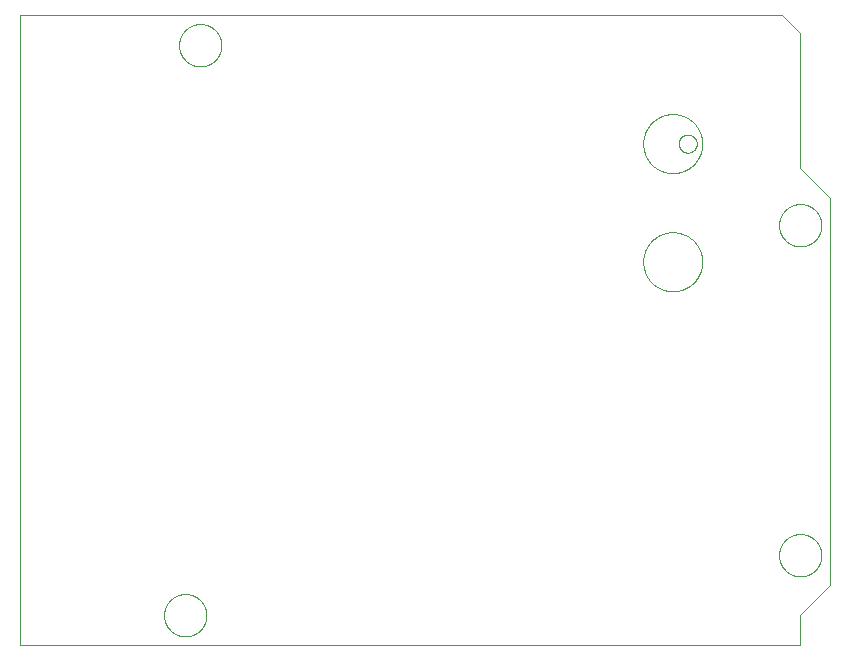
<source format=gbp>
G75*
%MOIN*%
%OFA0B0*%
%FSLAX25Y25*%
%IPPOS*%
%LPD*%
%AMOC8*
5,1,8,0,0,1.08239X$1,22.5*
%
%ADD10C,0.00000*%
%ADD11C,0.00100*%
D10*
X0017500Y0005000D02*
X0017500Y0215000D01*
X0271500Y0215000D01*
X0277500Y0209000D01*
X0277500Y0164000D01*
X0287500Y0154000D01*
X0287500Y0025000D01*
X0277500Y0015000D01*
X0277500Y0005000D01*
X0017500Y0005000D01*
X0065429Y0015000D02*
X0065431Y0015174D01*
X0065438Y0015347D01*
X0065448Y0015520D01*
X0065463Y0015693D01*
X0065482Y0015866D01*
X0065506Y0016038D01*
X0065533Y0016209D01*
X0065565Y0016379D01*
X0065601Y0016549D01*
X0065641Y0016718D01*
X0065685Y0016886D01*
X0065733Y0017053D01*
X0065786Y0017218D01*
X0065842Y0017382D01*
X0065903Y0017545D01*
X0065967Y0017706D01*
X0066036Y0017865D01*
X0066108Y0018023D01*
X0066184Y0018179D01*
X0066264Y0018333D01*
X0066348Y0018485D01*
X0066435Y0018635D01*
X0066526Y0018783D01*
X0066621Y0018928D01*
X0066719Y0019072D01*
X0066821Y0019212D01*
X0066926Y0019350D01*
X0067034Y0019486D01*
X0067146Y0019619D01*
X0067261Y0019749D01*
X0067379Y0019876D01*
X0067500Y0020000D01*
X0067624Y0020121D01*
X0067751Y0020239D01*
X0067881Y0020354D01*
X0068014Y0020466D01*
X0068150Y0020574D01*
X0068288Y0020679D01*
X0068428Y0020781D01*
X0068572Y0020879D01*
X0068717Y0020974D01*
X0068865Y0021065D01*
X0069015Y0021152D01*
X0069167Y0021236D01*
X0069321Y0021316D01*
X0069477Y0021392D01*
X0069635Y0021464D01*
X0069794Y0021533D01*
X0069955Y0021597D01*
X0070118Y0021658D01*
X0070282Y0021714D01*
X0070447Y0021767D01*
X0070614Y0021815D01*
X0070782Y0021859D01*
X0070951Y0021899D01*
X0071121Y0021935D01*
X0071291Y0021967D01*
X0071462Y0021994D01*
X0071634Y0022018D01*
X0071807Y0022037D01*
X0071980Y0022052D01*
X0072153Y0022062D01*
X0072326Y0022069D01*
X0072500Y0022071D01*
X0072674Y0022069D01*
X0072847Y0022062D01*
X0073020Y0022052D01*
X0073193Y0022037D01*
X0073366Y0022018D01*
X0073538Y0021994D01*
X0073709Y0021967D01*
X0073879Y0021935D01*
X0074049Y0021899D01*
X0074218Y0021859D01*
X0074386Y0021815D01*
X0074553Y0021767D01*
X0074718Y0021714D01*
X0074882Y0021658D01*
X0075045Y0021597D01*
X0075206Y0021533D01*
X0075365Y0021464D01*
X0075523Y0021392D01*
X0075679Y0021316D01*
X0075833Y0021236D01*
X0075985Y0021152D01*
X0076135Y0021065D01*
X0076283Y0020974D01*
X0076428Y0020879D01*
X0076572Y0020781D01*
X0076712Y0020679D01*
X0076850Y0020574D01*
X0076986Y0020466D01*
X0077119Y0020354D01*
X0077249Y0020239D01*
X0077376Y0020121D01*
X0077500Y0020000D01*
X0077621Y0019876D01*
X0077739Y0019749D01*
X0077854Y0019619D01*
X0077966Y0019486D01*
X0078074Y0019350D01*
X0078179Y0019212D01*
X0078281Y0019072D01*
X0078379Y0018928D01*
X0078474Y0018783D01*
X0078565Y0018635D01*
X0078652Y0018485D01*
X0078736Y0018333D01*
X0078816Y0018179D01*
X0078892Y0018023D01*
X0078964Y0017865D01*
X0079033Y0017706D01*
X0079097Y0017545D01*
X0079158Y0017382D01*
X0079214Y0017218D01*
X0079267Y0017053D01*
X0079315Y0016886D01*
X0079359Y0016718D01*
X0079399Y0016549D01*
X0079435Y0016379D01*
X0079467Y0016209D01*
X0079494Y0016038D01*
X0079518Y0015866D01*
X0079537Y0015693D01*
X0079552Y0015520D01*
X0079562Y0015347D01*
X0079569Y0015174D01*
X0079571Y0015000D01*
X0079569Y0014826D01*
X0079562Y0014653D01*
X0079552Y0014480D01*
X0079537Y0014307D01*
X0079518Y0014134D01*
X0079494Y0013962D01*
X0079467Y0013791D01*
X0079435Y0013621D01*
X0079399Y0013451D01*
X0079359Y0013282D01*
X0079315Y0013114D01*
X0079267Y0012947D01*
X0079214Y0012782D01*
X0079158Y0012618D01*
X0079097Y0012455D01*
X0079033Y0012294D01*
X0078964Y0012135D01*
X0078892Y0011977D01*
X0078816Y0011821D01*
X0078736Y0011667D01*
X0078652Y0011515D01*
X0078565Y0011365D01*
X0078474Y0011217D01*
X0078379Y0011072D01*
X0078281Y0010928D01*
X0078179Y0010788D01*
X0078074Y0010650D01*
X0077966Y0010514D01*
X0077854Y0010381D01*
X0077739Y0010251D01*
X0077621Y0010124D01*
X0077500Y0010000D01*
X0077376Y0009879D01*
X0077249Y0009761D01*
X0077119Y0009646D01*
X0076986Y0009534D01*
X0076850Y0009426D01*
X0076712Y0009321D01*
X0076572Y0009219D01*
X0076428Y0009121D01*
X0076283Y0009026D01*
X0076135Y0008935D01*
X0075985Y0008848D01*
X0075833Y0008764D01*
X0075679Y0008684D01*
X0075523Y0008608D01*
X0075365Y0008536D01*
X0075206Y0008467D01*
X0075045Y0008403D01*
X0074882Y0008342D01*
X0074718Y0008286D01*
X0074553Y0008233D01*
X0074386Y0008185D01*
X0074218Y0008141D01*
X0074049Y0008101D01*
X0073879Y0008065D01*
X0073709Y0008033D01*
X0073538Y0008006D01*
X0073366Y0007982D01*
X0073193Y0007963D01*
X0073020Y0007948D01*
X0072847Y0007938D01*
X0072674Y0007931D01*
X0072500Y0007929D01*
X0072326Y0007931D01*
X0072153Y0007938D01*
X0071980Y0007948D01*
X0071807Y0007963D01*
X0071634Y0007982D01*
X0071462Y0008006D01*
X0071291Y0008033D01*
X0071121Y0008065D01*
X0070951Y0008101D01*
X0070782Y0008141D01*
X0070614Y0008185D01*
X0070447Y0008233D01*
X0070282Y0008286D01*
X0070118Y0008342D01*
X0069955Y0008403D01*
X0069794Y0008467D01*
X0069635Y0008536D01*
X0069477Y0008608D01*
X0069321Y0008684D01*
X0069167Y0008764D01*
X0069015Y0008848D01*
X0068865Y0008935D01*
X0068717Y0009026D01*
X0068572Y0009121D01*
X0068428Y0009219D01*
X0068288Y0009321D01*
X0068150Y0009426D01*
X0068014Y0009534D01*
X0067881Y0009646D01*
X0067751Y0009761D01*
X0067624Y0009879D01*
X0067500Y0010000D01*
X0067379Y0010124D01*
X0067261Y0010251D01*
X0067146Y0010381D01*
X0067034Y0010514D01*
X0066926Y0010650D01*
X0066821Y0010788D01*
X0066719Y0010928D01*
X0066621Y0011072D01*
X0066526Y0011217D01*
X0066435Y0011365D01*
X0066348Y0011515D01*
X0066264Y0011667D01*
X0066184Y0011821D01*
X0066108Y0011977D01*
X0066036Y0012135D01*
X0065967Y0012294D01*
X0065903Y0012455D01*
X0065842Y0012618D01*
X0065786Y0012782D01*
X0065733Y0012947D01*
X0065685Y0013114D01*
X0065641Y0013282D01*
X0065601Y0013451D01*
X0065565Y0013621D01*
X0065533Y0013791D01*
X0065506Y0013962D01*
X0065482Y0014134D01*
X0065463Y0014307D01*
X0065448Y0014480D01*
X0065438Y0014653D01*
X0065431Y0014826D01*
X0065429Y0015000D01*
X0225157Y0132815D02*
X0225160Y0133057D01*
X0225169Y0133298D01*
X0225184Y0133539D01*
X0225204Y0133780D01*
X0225231Y0134020D01*
X0225264Y0134259D01*
X0225302Y0134498D01*
X0225346Y0134735D01*
X0225396Y0134972D01*
X0225452Y0135207D01*
X0225514Y0135440D01*
X0225581Y0135672D01*
X0225654Y0135903D01*
X0225732Y0136131D01*
X0225817Y0136357D01*
X0225906Y0136582D01*
X0226001Y0136804D01*
X0226102Y0137023D01*
X0226208Y0137241D01*
X0226319Y0137455D01*
X0226436Y0137667D01*
X0226557Y0137875D01*
X0226684Y0138081D01*
X0226816Y0138283D01*
X0226953Y0138483D01*
X0227094Y0138678D01*
X0227240Y0138871D01*
X0227391Y0139059D01*
X0227547Y0139244D01*
X0227707Y0139425D01*
X0227871Y0139602D01*
X0228040Y0139775D01*
X0228213Y0139944D01*
X0228390Y0140108D01*
X0228571Y0140268D01*
X0228756Y0140424D01*
X0228944Y0140575D01*
X0229137Y0140721D01*
X0229332Y0140862D01*
X0229532Y0140999D01*
X0229734Y0141131D01*
X0229940Y0141258D01*
X0230148Y0141379D01*
X0230360Y0141496D01*
X0230574Y0141607D01*
X0230792Y0141713D01*
X0231011Y0141814D01*
X0231233Y0141909D01*
X0231458Y0141998D01*
X0231684Y0142083D01*
X0231912Y0142161D01*
X0232143Y0142234D01*
X0232375Y0142301D01*
X0232608Y0142363D01*
X0232843Y0142419D01*
X0233080Y0142469D01*
X0233317Y0142513D01*
X0233556Y0142551D01*
X0233795Y0142584D01*
X0234035Y0142611D01*
X0234276Y0142631D01*
X0234517Y0142646D01*
X0234758Y0142655D01*
X0235000Y0142658D01*
X0235242Y0142655D01*
X0235483Y0142646D01*
X0235724Y0142631D01*
X0235965Y0142611D01*
X0236205Y0142584D01*
X0236444Y0142551D01*
X0236683Y0142513D01*
X0236920Y0142469D01*
X0237157Y0142419D01*
X0237392Y0142363D01*
X0237625Y0142301D01*
X0237857Y0142234D01*
X0238088Y0142161D01*
X0238316Y0142083D01*
X0238542Y0141998D01*
X0238767Y0141909D01*
X0238989Y0141814D01*
X0239208Y0141713D01*
X0239426Y0141607D01*
X0239640Y0141496D01*
X0239852Y0141379D01*
X0240060Y0141258D01*
X0240266Y0141131D01*
X0240468Y0140999D01*
X0240668Y0140862D01*
X0240863Y0140721D01*
X0241056Y0140575D01*
X0241244Y0140424D01*
X0241429Y0140268D01*
X0241610Y0140108D01*
X0241787Y0139944D01*
X0241960Y0139775D01*
X0242129Y0139602D01*
X0242293Y0139425D01*
X0242453Y0139244D01*
X0242609Y0139059D01*
X0242760Y0138871D01*
X0242906Y0138678D01*
X0243047Y0138483D01*
X0243184Y0138283D01*
X0243316Y0138081D01*
X0243443Y0137875D01*
X0243564Y0137667D01*
X0243681Y0137455D01*
X0243792Y0137241D01*
X0243898Y0137023D01*
X0243999Y0136804D01*
X0244094Y0136582D01*
X0244183Y0136357D01*
X0244268Y0136131D01*
X0244346Y0135903D01*
X0244419Y0135672D01*
X0244486Y0135440D01*
X0244548Y0135207D01*
X0244604Y0134972D01*
X0244654Y0134735D01*
X0244698Y0134498D01*
X0244736Y0134259D01*
X0244769Y0134020D01*
X0244796Y0133780D01*
X0244816Y0133539D01*
X0244831Y0133298D01*
X0244840Y0133057D01*
X0244843Y0132815D01*
X0244840Y0132573D01*
X0244831Y0132332D01*
X0244816Y0132091D01*
X0244796Y0131850D01*
X0244769Y0131610D01*
X0244736Y0131371D01*
X0244698Y0131132D01*
X0244654Y0130895D01*
X0244604Y0130658D01*
X0244548Y0130423D01*
X0244486Y0130190D01*
X0244419Y0129958D01*
X0244346Y0129727D01*
X0244268Y0129499D01*
X0244183Y0129273D01*
X0244094Y0129048D01*
X0243999Y0128826D01*
X0243898Y0128607D01*
X0243792Y0128389D01*
X0243681Y0128175D01*
X0243564Y0127963D01*
X0243443Y0127755D01*
X0243316Y0127549D01*
X0243184Y0127347D01*
X0243047Y0127147D01*
X0242906Y0126952D01*
X0242760Y0126759D01*
X0242609Y0126571D01*
X0242453Y0126386D01*
X0242293Y0126205D01*
X0242129Y0126028D01*
X0241960Y0125855D01*
X0241787Y0125686D01*
X0241610Y0125522D01*
X0241429Y0125362D01*
X0241244Y0125206D01*
X0241056Y0125055D01*
X0240863Y0124909D01*
X0240668Y0124768D01*
X0240468Y0124631D01*
X0240266Y0124499D01*
X0240060Y0124372D01*
X0239852Y0124251D01*
X0239640Y0124134D01*
X0239426Y0124023D01*
X0239208Y0123917D01*
X0238989Y0123816D01*
X0238767Y0123721D01*
X0238542Y0123632D01*
X0238316Y0123547D01*
X0238088Y0123469D01*
X0237857Y0123396D01*
X0237625Y0123329D01*
X0237392Y0123267D01*
X0237157Y0123211D01*
X0236920Y0123161D01*
X0236683Y0123117D01*
X0236444Y0123079D01*
X0236205Y0123046D01*
X0235965Y0123019D01*
X0235724Y0122999D01*
X0235483Y0122984D01*
X0235242Y0122975D01*
X0235000Y0122972D01*
X0234758Y0122975D01*
X0234517Y0122984D01*
X0234276Y0122999D01*
X0234035Y0123019D01*
X0233795Y0123046D01*
X0233556Y0123079D01*
X0233317Y0123117D01*
X0233080Y0123161D01*
X0232843Y0123211D01*
X0232608Y0123267D01*
X0232375Y0123329D01*
X0232143Y0123396D01*
X0231912Y0123469D01*
X0231684Y0123547D01*
X0231458Y0123632D01*
X0231233Y0123721D01*
X0231011Y0123816D01*
X0230792Y0123917D01*
X0230574Y0124023D01*
X0230360Y0124134D01*
X0230148Y0124251D01*
X0229940Y0124372D01*
X0229734Y0124499D01*
X0229532Y0124631D01*
X0229332Y0124768D01*
X0229137Y0124909D01*
X0228944Y0125055D01*
X0228756Y0125206D01*
X0228571Y0125362D01*
X0228390Y0125522D01*
X0228213Y0125686D01*
X0228040Y0125855D01*
X0227871Y0126028D01*
X0227707Y0126205D01*
X0227547Y0126386D01*
X0227391Y0126571D01*
X0227240Y0126759D01*
X0227094Y0126952D01*
X0226953Y0127147D01*
X0226816Y0127347D01*
X0226684Y0127549D01*
X0226557Y0127755D01*
X0226436Y0127963D01*
X0226319Y0128175D01*
X0226208Y0128389D01*
X0226102Y0128607D01*
X0226001Y0128826D01*
X0225906Y0129048D01*
X0225817Y0129273D01*
X0225732Y0129499D01*
X0225654Y0129727D01*
X0225581Y0129958D01*
X0225514Y0130190D01*
X0225452Y0130423D01*
X0225396Y0130658D01*
X0225346Y0130895D01*
X0225302Y0131132D01*
X0225264Y0131371D01*
X0225231Y0131610D01*
X0225204Y0131850D01*
X0225184Y0132091D01*
X0225169Y0132332D01*
X0225160Y0132573D01*
X0225157Y0132815D01*
X0270429Y0145000D02*
X0270431Y0145174D01*
X0270438Y0145347D01*
X0270448Y0145520D01*
X0270463Y0145693D01*
X0270482Y0145866D01*
X0270506Y0146038D01*
X0270533Y0146209D01*
X0270565Y0146379D01*
X0270601Y0146549D01*
X0270641Y0146718D01*
X0270685Y0146886D01*
X0270733Y0147053D01*
X0270786Y0147218D01*
X0270842Y0147382D01*
X0270903Y0147545D01*
X0270967Y0147706D01*
X0271036Y0147865D01*
X0271108Y0148023D01*
X0271184Y0148179D01*
X0271264Y0148333D01*
X0271348Y0148485D01*
X0271435Y0148635D01*
X0271526Y0148783D01*
X0271621Y0148928D01*
X0271719Y0149072D01*
X0271821Y0149212D01*
X0271926Y0149350D01*
X0272034Y0149486D01*
X0272146Y0149619D01*
X0272261Y0149749D01*
X0272379Y0149876D01*
X0272500Y0150000D01*
X0272624Y0150121D01*
X0272751Y0150239D01*
X0272881Y0150354D01*
X0273014Y0150466D01*
X0273150Y0150574D01*
X0273288Y0150679D01*
X0273428Y0150781D01*
X0273572Y0150879D01*
X0273717Y0150974D01*
X0273865Y0151065D01*
X0274015Y0151152D01*
X0274167Y0151236D01*
X0274321Y0151316D01*
X0274477Y0151392D01*
X0274635Y0151464D01*
X0274794Y0151533D01*
X0274955Y0151597D01*
X0275118Y0151658D01*
X0275282Y0151714D01*
X0275447Y0151767D01*
X0275614Y0151815D01*
X0275782Y0151859D01*
X0275951Y0151899D01*
X0276121Y0151935D01*
X0276291Y0151967D01*
X0276462Y0151994D01*
X0276634Y0152018D01*
X0276807Y0152037D01*
X0276980Y0152052D01*
X0277153Y0152062D01*
X0277326Y0152069D01*
X0277500Y0152071D01*
X0277674Y0152069D01*
X0277847Y0152062D01*
X0278020Y0152052D01*
X0278193Y0152037D01*
X0278366Y0152018D01*
X0278538Y0151994D01*
X0278709Y0151967D01*
X0278879Y0151935D01*
X0279049Y0151899D01*
X0279218Y0151859D01*
X0279386Y0151815D01*
X0279553Y0151767D01*
X0279718Y0151714D01*
X0279882Y0151658D01*
X0280045Y0151597D01*
X0280206Y0151533D01*
X0280365Y0151464D01*
X0280523Y0151392D01*
X0280679Y0151316D01*
X0280833Y0151236D01*
X0280985Y0151152D01*
X0281135Y0151065D01*
X0281283Y0150974D01*
X0281428Y0150879D01*
X0281572Y0150781D01*
X0281712Y0150679D01*
X0281850Y0150574D01*
X0281986Y0150466D01*
X0282119Y0150354D01*
X0282249Y0150239D01*
X0282376Y0150121D01*
X0282500Y0150000D01*
X0282621Y0149876D01*
X0282739Y0149749D01*
X0282854Y0149619D01*
X0282966Y0149486D01*
X0283074Y0149350D01*
X0283179Y0149212D01*
X0283281Y0149072D01*
X0283379Y0148928D01*
X0283474Y0148783D01*
X0283565Y0148635D01*
X0283652Y0148485D01*
X0283736Y0148333D01*
X0283816Y0148179D01*
X0283892Y0148023D01*
X0283964Y0147865D01*
X0284033Y0147706D01*
X0284097Y0147545D01*
X0284158Y0147382D01*
X0284214Y0147218D01*
X0284267Y0147053D01*
X0284315Y0146886D01*
X0284359Y0146718D01*
X0284399Y0146549D01*
X0284435Y0146379D01*
X0284467Y0146209D01*
X0284494Y0146038D01*
X0284518Y0145866D01*
X0284537Y0145693D01*
X0284552Y0145520D01*
X0284562Y0145347D01*
X0284569Y0145174D01*
X0284571Y0145000D01*
X0284569Y0144826D01*
X0284562Y0144653D01*
X0284552Y0144480D01*
X0284537Y0144307D01*
X0284518Y0144134D01*
X0284494Y0143962D01*
X0284467Y0143791D01*
X0284435Y0143621D01*
X0284399Y0143451D01*
X0284359Y0143282D01*
X0284315Y0143114D01*
X0284267Y0142947D01*
X0284214Y0142782D01*
X0284158Y0142618D01*
X0284097Y0142455D01*
X0284033Y0142294D01*
X0283964Y0142135D01*
X0283892Y0141977D01*
X0283816Y0141821D01*
X0283736Y0141667D01*
X0283652Y0141515D01*
X0283565Y0141365D01*
X0283474Y0141217D01*
X0283379Y0141072D01*
X0283281Y0140928D01*
X0283179Y0140788D01*
X0283074Y0140650D01*
X0282966Y0140514D01*
X0282854Y0140381D01*
X0282739Y0140251D01*
X0282621Y0140124D01*
X0282500Y0140000D01*
X0282376Y0139879D01*
X0282249Y0139761D01*
X0282119Y0139646D01*
X0281986Y0139534D01*
X0281850Y0139426D01*
X0281712Y0139321D01*
X0281572Y0139219D01*
X0281428Y0139121D01*
X0281283Y0139026D01*
X0281135Y0138935D01*
X0280985Y0138848D01*
X0280833Y0138764D01*
X0280679Y0138684D01*
X0280523Y0138608D01*
X0280365Y0138536D01*
X0280206Y0138467D01*
X0280045Y0138403D01*
X0279882Y0138342D01*
X0279718Y0138286D01*
X0279553Y0138233D01*
X0279386Y0138185D01*
X0279218Y0138141D01*
X0279049Y0138101D01*
X0278879Y0138065D01*
X0278709Y0138033D01*
X0278538Y0138006D01*
X0278366Y0137982D01*
X0278193Y0137963D01*
X0278020Y0137948D01*
X0277847Y0137938D01*
X0277674Y0137931D01*
X0277500Y0137929D01*
X0277326Y0137931D01*
X0277153Y0137938D01*
X0276980Y0137948D01*
X0276807Y0137963D01*
X0276634Y0137982D01*
X0276462Y0138006D01*
X0276291Y0138033D01*
X0276121Y0138065D01*
X0275951Y0138101D01*
X0275782Y0138141D01*
X0275614Y0138185D01*
X0275447Y0138233D01*
X0275282Y0138286D01*
X0275118Y0138342D01*
X0274955Y0138403D01*
X0274794Y0138467D01*
X0274635Y0138536D01*
X0274477Y0138608D01*
X0274321Y0138684D01*
X0274167Y0138764D01*
X0274015Y0138848D01*
X0273865Y0138935D01*
X0273717Y0139026D01*
X0273572Y0139121D01*
X0273428Y0139219D01*
X0273288Y0139321D01*
X0273150Y0139426D01*
X0273014Y0139534D01*
X0272881Y0139646D01*
X0272751Y0139761D01*
X0272624Y0139879D01*
X0272500Y0140000D01*
X0272379Y0140124D01*
X0272261Y0140251D01*
X0272146Y0140381D01*
X0272034Y0140514D01*
X0271926Y0140650D01*
X0271821Y0140788D01*
X0271719Y0140928D01*
X0271621Y0141072D01*
X0271526Y0141217D01*
X0271435Y0141365D01*
X0271348Y0141515D01*
X0271264Y0141667D01*
X0271184Y0141821D01*
X0271108Y0141977D01*
X0271036Y0142135D01*
X0270967Y0142294D01*
X0270903Y0142455D01*
X0270842Y0142618D01*
X0270786Y0142782D01*
X0270733Y0142947D01*
X0270685Y0143114D01*
X0270641Y0143282D01*
X0270601Y0143451D01*
X0270565Y0143621D01*
X0270533Y0143791D01*
X0270506Y0143962D01*
X0270482Y0144134D01*
X0270463Y0144307D01*
X0270448Y0144480D01*
X0270438Y0144653D01*
X0270431Y0144826D01*
X0270429Y0145000D01*
X0225157Y0172185D02*
X0225160Y0172427D01*
X0225169Y0172668D01*
X0225184Y0172909D01*
X0225204Y0173150D01*
X0225231Y0173390D01*
X0225264Y0173629D01*
X0225302Y0173868D01*
X0225346Y0174105D01*
X0225396Y0174342D01*
X0225452Y0174577D01*
X0225514Y0174810D01*
X0225581Y0175042D01*
X0225654Y0175273D01*
X0225732Y0175501D01*
X0225817Y0175727D01*
X0225906Y0175952D01*
X0226001Y0176174D01*
X0226102Y0176393D01*
X0226208Y0176611D01*
X0226319Y0176825D01*
X0226436Y0177037D01*
X0226557Y0177245D01*
X0226684Y0177451D01*
X0226816Y0177653D01*
X0226953Y0177853D01*
X0227094Y0178048D01*
X0227240Y0178241D01*
X0227391Y0178429D01*
X0227547Y0178614D01*
X0227707Y0178795D01*
X0227871Y0178972D01*
X0228040Y0179145D01*
X0228213Y0179314D01*
X0228390Y0179478D01*
X0228571Y0179638D01*
X0228756Y0179794D01*
X0228944Y0179945D01*
X0229137Y0180091D01*
X0229332Y0180232D01*
X0229532Y0180369D01*
X0229734Y0180501D01*
X0229940Y0180628D01*
X0230148Y0180749D01*
X0230360Y0180866D01*
X0230574Y0180977D01*
X0230792Y0181083D01*
X0231011Y0181184D01*
X0231233Y0181279D01*
X0231458Y0181368D01*
X0231684Y0181453D01*
X0231912Y0181531D01*
X0232143Y0181604D01*
X0232375Y0181671D01*
X0232608Y0181733D01*
X0232843Y0181789D01*
X0233080Y0181839D01*
X0233317Y0181883D01*
X0233556Y0181921D01*
X0233795Y0181954D01*
X0234035Y0181981D01*
X0234276Y0182001D01*
X0234517Y0182016D01*
X0234758Y0182025D01*
X0235000Y0182028D01*
X0235242Y0182025D01*
X0235483Y0182016D01*
X0235724Y0182001D01*
X0235965Y0181981D01*
X0236205Y0181954D01*
X0236444Y0181921D01*
X0236683Y0181883D01*
X0236920Y0181839D01*
X0237157Y0181789D01*
X0237392Y0181733D01*
X0237625Y0181671D01*
X0237857Y0181604D01*
X0238088Y0181531D01*
X0238316Y0181453D01*
X0238542Y0181368D01*
X0238767Y0181279D01*
X0238989Y0181184D01*
X0239208Y0181083D01*
X0239426Y0180977D01*
X0239640Y0180866D01*
X0239852Y0180749D01*
X0240060Y0180628D01*
X0240266Y0180501D01*
X0240468Y0180369D01*
X0240668Y0180232D01*
X0240863Y0180091D01*
X0241056Y0179945D01*
X0241244Y0179794D01*
X0241429Y0179638D01*
X0241610Y0179478D01*
X0241787Y0179314D01*
X0241960Y0179145D01*
X0242129Y0178972D01*
X0242293Y0178795D01*
X0242453Y0178614D01*
X0242609Y0178429D01*
X0242760Y0178241D01*
X0242906Y0178048D01*
X0243047Y0177853D01*
X0243184Y0177653D01*
X0243316Y0177451D01*
X0243443Y0177245D01*
X0243564Y0177037D01*
X0243681Y0176825D01*
X0243792Y0176611D01*
X0243898Y0176393D01*
X0243999Y0176174D01*
X0244094Y0175952D01*
X0244183Y0175727D01*
X0244268Y0175501D01*
X0244346Y0175273D01*
X0244419Y0175042D01*
X0244486Y0174810D01*
X0244548Y0174577D01*
X0244604Y0174342D01*
X0244654Y0174105D01*
X0244698Y0173868D01*
X0244736Y0173629D01*
X0244769Y0173390D01*
X0244796Y0173150D01*
X0244816Y0172909D01*
X0244831Y0172668D01*
X0244840Y0172427D01*
X0244843Y0172185D01*
X0244840Y0171943D01*
X0244831Y0171702D01*
X0244816Y0171461D01*
X0244796Y0171220D01*
X0244769Y0170980D01*
X0244736Y0170741D01*
X0244698Y0170502D01*
X0244654Y0170265D01*
X0244604Y0170028D01*
X0244548Y0169793D01*
X0244486Y0169560D01*
X0244419Y0169328D01*
X0244346Y0169097D01*
X0244268Y0168869D01*
X0244183Y0168643D01*
X0244094Y0168418D01*
X0243999Y0168196D01*
X0243898Y0167977D01*
X0243792Y0167759D01*
X0243681Y0167545D01*
X0243564Y0167333D01*
X0243443Y0167125D01*
X0243316Y0166919D01*
X0243184Y0166717D01*
X0243047Y0166517D01*
X0242906Y0166322D01*
X0242760Y0166129D01*
X0242609Y0165941D01*
X0242453Y0165756D01*
X0242293Y0165575D01*
X0242129Y0165398D01*
X0241960Y0165225D01*
X0241787Y0165056D01*
X0241610Y0164892D01*
X0241429Y0164732D01*
X0241244Y0164576D01*
X0241056Y0164425D01*
X0240863Y0164279D01*
X0240668Y0164138D01*
X0240468Y0164001D01*
X0240266Y0163869D01*
X0240060Y0163742D01*
X0239852Y0163621D01*
X0239640Y0163504D01*
X0239426Y0163393D01*
X0239208Y0163287D01*
X0238989Y0163186D01*
X0238767Y0163091D01*
X0238542Y0163002D01*
X0238316Y0162917D01*
X0238088Y0162839D01*
X0237857Y0162766D01*
X0237625Y0162699D01*
X0237392Y0162637D01*
X0237157Y0162581D01*
X0236920Y0162531D01*
X0236683Y0162487D01*
X0236444Y0162449D01*
X0236205Y0162416D01*
X0235965Y0162389D01*
X0235724Y0162369D01*
X0235483Y0162354D01*
X0235242Y0162345D01*
X0235000Y0162342D01*
X0234758Y0162345D01*
X0234517Y0162354D01*
X0234276Y0162369D01*
X0234035Y0162389D01*
X0233795Y0162416D01*
X0233556Y0162449D01*
X0233317Y0162487D01*
X0233080Y0162531D01*
X0232843Y0162581D01*
X0232608Y0162637D01*
X0232375Y0162699D01*
X0232143Y0162766D01*
X0231912Y0162839D01*
X0231684Y0162917D01*
X0231458Y0163002D01*
X0231233Y0163091D01*
X0231011Y0163186D01*
X0230792Y0163287D01*
X0230574Y0163393D01*
X0230360Y0163504D01*
X0230148Y0163621D01*
X0229940Y0163742D01*
X0229734Y0163869D01*
X0229532Y0164001D01*
X0229332Y0164138D01*
X0229137Y0164279D01*
X0228944Y0164425D01*
X0228756Y0164576D01*
X0228571Y0164732D01*
X0228390Y0164892D01*
X0228213Y0165056D01*
X0228040Y0165225D01*
X0227871Y0165398D01*
X0227707Y0165575D01*
X0227547Y0165756D01*
X0227391Y0165941D01*
X0227240Y0166129D01*
X0227094Y0166322D01*
X0226953Y0166517D01*
X0226816Y0166717D01*
X0226684Y0166919D01*
X0226557Y0167125D01*
X0226436Y0167333D01*
X0226319Y0167545D01*
X0226208Y0167759D01*
X0226102Y0167977D01*
X0226001Y0168196D01*
X0225906Y0168418D01*
X0225817Y0168643D01*
X0225732Y0168869D01*
X0225654Y0169097D01*
X0225581Y0169328D01*
X0225514Y0169560D01*
X0225452Y0169793D01*
X0225396Y0170028D01*
X0225346Y0170265D01*
X0225302Y0170502D01*
X0225264Y0170741D01*
X0225231Y0170980D01*
X0225204Y0171220D01*
X0225184Y0171461D01*
X0225169Y0171702D01*
X0225160Y0171943D01*
X0225157Y0172185D01*
X0070429Y0205000D02*
X0070431Y0205174D01*
X0070438Y0205347D01*
X0070448Y0205520D01*
X0070463Y0205693D01*
X0070482Y0205866D01*
X0070506Y0206038D01*
X0070533Y0206209D01*
X0070565Y0206379D01*
X0070601Y0206549D01*
X0070641Y0206718D01*
X0070685Y0206886D01*
X0070733Y0207053D01*
X0070786Y0207218D01*
X0070842Y0207382D01*
X0070903Y0207545D01*
X0070967Y0207706D01*
X0071036Y0207865D01*
X0071108Y0208023D01*
X0071184Y0208179D01*
X0071264Y0208333D01*
X0071348Y0208485D01*
X0071435Y0208635D01*
X0071526Y0208783D01*
X0071621Y0208928D01*
X0071719Y0209072D01*
X0071821Y0209212D01*
X0071926Y0209350D01*
X0072034Y0209486D01*
X0072146Y0209619D01*
X0072261Y0209749D01*
X0072379Y0209876D01*
X0072500Y0210000D01*
X0072624Y0210121D01*
X0072751Y0210239D01*
X0072881Y0210354D01*
X0073014Y0210466D01*
X0073150Y0210574D01*
X0073288Y0210679D01*
X0073428Y0210781D01*
X0073572Y0210879D01*
X0073717Y0210974D01*
X0073865Y0211065D01*
X0074015Y0211152D01*
X0074167Y0211236D01*
X0074321Y0211316D01*
X0074477Y0211392D01*
X0074635Y0211464D01*
X0074794Y0211533D01*
X0074955Y0211597D01*
X0075118Y0211658D01*
X0075282Y0211714D01*
X0075447Y0211767D01*
X0075614Y0211815D01*
X0075782Y0211859D01*
X0075951Y0211899D01*
X0076121Y0211935D01*
X0076291Y0211967D01*
X0076462Y0211994D01*
X0076634Y0212018D01*
X0076807Y0212037D01*
X0076980Y0212052D01*
X0077153Y0212062D01*
X0077326Y0212069D01*
X0077500Y0212071D01*
X0077674Y0212069D01*
X0077847Y0212062D01*
X0078020Y0212052D01*
X0078193Y0212037D01*
X0078366Y0212018D01*
X0078538Y0211994D01*
X0078709Y0211967D01*
X0078879Y0211935D01*
X0079049Y0211899D01*
X0079218Y0211859D01*
X0079386Y0211815D01*
X0079553Y0211767D01*
X0079718Y0211714D01*
X0079882Y0211658D01*
X0080045Y0211597D01*
X0080206Y0211533D01*
X0080365Y0211464D01*
X0080523Y0211392D01*
X0080679Y0211316D01*
X0080833Y0211236D01*
X0080985Y0211152D01*
X0081135Y0211065D01*
X0081283Y0210974D01*
X0081428Y0210879D01*
X0081572Y0210781D01*
X0081712Y0210679D01*
X0081850Y0210574D01*
X0081986Y0210466D01*
X0082119Y0210354D01*
X0082249Y0210239D01*
X0082376Y0210121D01*
X0082500Y0210000D01*
X0082621Y0209876D01*
X0082739Y0209749D01*
X0082854Y0209619D01*
X0082966Y0209486D01*
X0083074Y0209350D01*
X0083179Y0209212D01*
X0083281Y0209072D01*
X0083379Y0208928D01*
X0083474Y0208783D01*
X0083565Y0208635D01*
X0083652Y0208485D01*
X0083736Y0208333D01*
X0083816Y0208179D01*
X0083892Y0208023D01*
X0083964Y0207865D01*
X0084033Y0207706D01*
X0084097Y0207545D01*
X0084158Y0207382D01*
X0084214Y0207218D01*
X0084267Y0207053D01*
X0084315Y0206886D01*
X0084359Y0206718D01*
X0084399Y0206549D01*
X0084435Y0206379D01*
X0084467Y0206209D01*
X0084494Y0206038D01*
X0084518Y0205866D01*
X0084537Y0205693D01*
X0084552Y0205520D01*
X0084562Y0205347D01*
X0084569Y0205174D01*
X0084571Y0205000D01*
X0084569Y0204826D01*
X0084562Y0204653D01*
X0084552Y0204480D01*
X0084537Y0204307D01*
X0084518Y0204134D01*
X0084494Y0203962D01*
X0084467Y0203791D01*
X0084435Y0203621D01*
X0084399Y0203451D01*
X0084359Y0203282D01*
X0084315Y0203114D01*
X0084267Y0202947D01*
X0084214Y0202782D01*
X0084158Y0202618D01*
X0084097Y0202455D01*
X0084033Y0202294D01*
X0083964Y0202135D01*
X0083892Y0201977D01*
X0083816Y0201821D01*
X0083736Y0201667D01*
X0083652Y0201515D01*
X0083565Y0201365D01*
X0083474Y0201217D01*
X0083379Y0201072D01*
X0083281Y0200928D01*
X0083179Y0200788D01*
X0083074Y0200650D01*
X0082966Y0200514D01*
X0082854Y0200381D01*
X0082739Y0200251D01*
X0082621Y0200124D01*
X0082500Y0200000D01*
X0082376Y0199879D01*
X0082249Y0199761D01*
X0082119Y0199646D01*
X0081986Y0199534D01*
X0081850Y0199426D01*
X0081712Y0199321D01*
X0081572Y0199219D01*
X0081428Y0199121D01*
X0081283Y0199026D01*
X0081135Y0198935D01*
X0080985Y0198848D01*
X0080833Y0198764D01*
X0080679Y0198684D01*
X0080523Y0198608D01*
X0080365Y0198536D01*
X0080206Y0198467D01*
X0080045Y0198403D01*
X0079882Y0198342D01*
X0079718Y0198286D01*
X0079553Y0198233D01*
X0079386Y0198185D01*
X0079218Y0198141D01*
X0079049Y0198101D01*
X0078879Y0198065D01*
X0078709Y0198033D01*
X0078538Y0198006D01*
X0078366Y0197982D01*
X0078193Y0197963D01*
X0078020Y0197948D01*
X0077847Y0197938D01*
X0077674Y0197931D01*
X0077500Y0197929D01*
X0077326Y0197931D01*
X0077153Y0197938D01*
X0076980Y0197948D01*
X0076807Y0197963D01*
X0076634Y0197982D01*
X0076462Y0198006D01*
X0076291Y0198033D01*
X0076121Y0198065D01*
X0075951Y0198101D01*
X0075782Y0198141D01*
X0075614Y0198185D01*
X0075447Y0198233D01*
X0075282Y0198286D01*
X0075118Y0198342D01*
X0074955Y0198403D01*
X0074794Y0198467D01*
X0074635Y0198536D01*
X0074477Y0198608D01*
X0074321Y0198684D01*
X0074167Y0198764D01*
X0074015Y0198848D01*
X0073865Y0198935D01*
X0073717Y0199026D01*
X0073572Y0199121D01*
X0073428Y0199219D01*
X0073288Y0199321D01*
X0073150Y0199426D01*
X0073014Y0199534D01*
X0072881Y0199646D01*
X0072751Y0199761D01*
X0072624Y0199879D01*
X0072500Y0200000D01*
X0072379Y0200124D01*
X0072261Y0200251D01*
X0072146Y0200381D01*
X0072034Y0200514D01*
X0071926Y0200650D01*
X0071821Y0200788D01*
X0071719Y0200928D01*
X0071621Y0201072D01*
X0071526Y0201217D01*
X0071435Y0201365D01*
X0071348Y0201515D01*
X0071264Y0201667D01*
X0071184Y0201821D01*
X0071108Y0201977D01*
X0071036Y0202135D01*
X0070967Y0202294D01*
X0070903Y0202455D01*
X0070842Y0202618D01*
X0070786Y0202782D01*
X0070733Y0202947D01*
X0070685Y0203114D01*
X0070641Y0203282D01*
X0070601Y0203451D01*
X0070565Y0203621D01*
X0070533Y0203791D01*
X0070506Y0203962D01*
X0070482Y0204134D01*
X0070463Y0204307D01*
X0070448Y0204480D01*
X0070438Y0204653D01*
X0070431Y0204826D01*
X0070429Y0205000D01*
X0270429Y0035000D02*
X0270431Y0035174D01*
X0270438Y0035347D01*
X0270448Y0035520D01*
X0270463Y0035693D01*
X0270482Y0035866D01*
X0270506Y0036038D01*
X0270533Y0036209D01*
X0270565Y0036379D01*
X0270601Y0036549D01*
X0270641Y0036718D01*
X0270685Y0036886D01*
X0270733Y0037053D01*
X0270786Y0037218D01*
X0270842Y0037382D01*
X0270903Y0037545D01*
X0270967Y0037706D01*
X0271036Y0037865D01*
X0271108Y0038023D01*
X0271184Y0038179D01*
X0271264Y0038333D01*
X0271348Y0038485D01*
X0271435Y0038635D01*
X0271526Y0038783D01*
X0271621Y0038928D01*
X0271719Y0039072D01*
X0271821Y0039212D01*
X0271926Y0039350D01*
X0272034Y0039486D01*
X0272146Y0039619D01*
X0272261Y0039749D01*
X0272379Y0039876D01*
X0272500Y0040000D01*
X0272624Y0040121D01*
X0272751Y0040239D01*
X0272881Y0040354D01*
X0273014Y0040466D01*
X0273150Y0040574D01*
X0273288Y0040679D01*
X0273428Y0040781D01*
X0273572Y0040879D01*
X0273717Y0040974D01*
X0273865Y0041065D01*
X0274015Y0041152D01*
X0274167Y0041236D01*
X0274321Y0041316D01*
X0274477Y0041392D01*
X0274635Y0041464D01*
X0274794Y0041533D01*
X0274955Y0041597D01*
X0275118Y0041658D01*
X0275282Y0041714D01*
X0275447Y0041767D01*
X0275614Y0041815D01*
X0275782Y0041859D01*
X0275951Y0041899D01*
X0276121Y0041935D01*
X0276291Y0041967D01*
X0276462Y0041994D01*
X0276634Y0042018D01*
X0276807Y0042037D01*
X0276980Y0042052D01*
X0277153Y0042062D01*
X0277326Y0042069D01*
X0277500Y0042071D01*
X0277674Y0042069D01*
X0277847Y0042062D01*
X0278020Y0042052D01*
X0278193Y0042037D01*
X0278366Y0042018D01*
X0278538Y0041994D01*
X0278709Y0041967D01*
X0278879Y0041935D01*
X0279049Y0041899D01*
X0279218Y0041859D01*
X0279386Y0041815D01*
X0279553Y0041767D01*
X0279718Y0041714D01*
X0279882Y0041658D01*
X0280045Y0041597D01*
X0280206Y0041533D01*
X0280365Y0041464D01*
X0280523Y0041392D01*
X0280679Y0041316D01*
X0280833Y0041236D01*
X0280985Y0041152D01*
X0281135Y0041065D01*
X0281283Y0040974D01*
X0281428Y0040879D01*
X0281572Y0040781D01*
X0281712Y0040679D01*
X0281850Y0040574D01*
X0281986Y0040466D01*
X0282119Y0040354D01*
X0282249Y0040239D01*
X0282376Y0040121D01*
X0282500Y0040000D01*
X0282621Y0039876D01*
X0282739Y0039749D01*
X0282854Y0039619D01*
X0282966Y0039486D01*
X0283074Y0039350D01*
X0283179Y0039212D01*
X0283281Y0039072D01*
X0283379Y0038928D01*
X0283474Y0038783D01*
X0283565Y0038635D01*
X0283652Y0038485D01*
X0283736Y0038333D01*
X0283816Y0038179D01*
X0283892Y0038023D01*
X0283964Y0037865D01*
X0284033Y0037706D01*
X0284097Y0037545D01*
X0284158Y0037382D01*
X0284214Y0037218D01*
X0284267Y0037053D01*
X0284315Y0036886D01*
X0284359Y0036718D01*
X0284399Y0036549D01*
X0284435Y0036379D01*
X0284467Y0036209D01*
X0284494Y0036038D01*
X0284518Y0035866D01*
X0284537Y0035693D01*
X0284552Y0035520D01*
X0284562Y0035347D01*
X0284569Y0035174D01*
X0284571Y0035000D01*
X0284569Y0034826D01*
X0284562Y0034653D01*
X0284552Y0034480D01*
X0284537Y0034307D01*
X0284518Y0034134D01*
X0284494Y0033962D01*
X0284467Y0033791D01*
X0284435Y0033621D01*
X0284399Y0033451D01*
X0284359Y0033282D01*
X0284315Y0033114D01*
X0284267Y0032947D01*
X0284214Y0032782D01*
X0284158Y0032618D01*
X0284097Y0032455D01*
X0284033Y0032294D01*
X0283964Y0032135D01*
X0283892Y0031977D01*
X0283816Y0031821D01*
X0283736Y0031667D01*
X0283652Y0031515D01*
X0283565Y0031365D01*
X0283474Y0031217D01*
X0283379Y0031072D01*
X0283281Y0030928D01*
X0283179Y0030788D01*
X0283074Y0030650D01*
X0282966Y0030514D01*
X0282854Y0030381D01*
X0282739Y0030251D01*
X0282621Y0030124D01*
X0282500Y0030000D01*
X0282376Y0029879D01*
X0282249Y0029761D01*
X0282119Y0029646D01*
X0281986Y0029534D01*
X0281850Y0029426D01*
X0281712Y0029321D01*
X0281572Y0029219D01*
X0281428Y0029121D01*
X0281283Y0029026D01*
X0281135Y0028935D01*
X0280985Y0028848D01*
X0280833Y0028764D01*
X0280679Y0028684D01*
X0280523Y0028608D01*
X0280365Y0028536D01*
X0280206Y0028467D01*
X0280045Y0028403D01*
X0279882Y0028342D01*
X0279718Y0028286D01*
X0279553Y0028233D01*
X0279386Y0028185D01*
X0279218Y0028141D01*
X0279049Y0028101D01*
X0278879Y0028065D01*
X0278709Y0028033D01*
X0278538Y0028006D01*
X0278366Y0027982D01*
X0278193Y0027963D01*
X0278020Y0027948D01*
X0277847Y0027938D01*
X0277674Y0027931D01*
X0277500Y0027929D01*
X0277326Y0027931D01*
X0277153Y0027938D01*
X0276980Y0027948D01*
X0276807Y0027963D01*
X0276634Y0027982D01*
X0276462Y0028006D01*
X0276291Y0028033D01*
X0276121Y0028065D01*
X0275951Y0028101D01*
X0275782Y0028141D01*
X0275614Y0028185D01*
X0275447Y0028233D01*
X0275282Y0028286D01*
X0275118Y0028342D01*
X0274955Y0028403D01*
X0274794Y0028467D01*
X0274635Y0028536D01*
X0274477Y0028608D01*
X0274321Y0028684D01*
X0274167Y0028764D01*
X0274015Y0028848D01*
X0273865Y0028935D01*
X0273717Y0029026D01*
X0273572Y0029121D01*
X0273428Y0029219D01*
X0273288Y0029321D01*
X0273150Y0029426D01*
X0273014Y0029534D01*
X0272881Y0029646D01*
X0272751Y0029761D01*
X0272624Y0029879D01*
X0272500Y0030000D01*
X0272379Y0030124D01*
X0272261Y0030251D01*
X0272146Y0030381D01*
X0272034Y0030514D01*
X0271926Y0030650D01*
X0271821Y0030788D01*
X0271719Y0030928D01*
X0271621Y0031072D01*
X0271526Y0031217D01*
X0271435Y0031365D01*
X0271348Y0031515D01*
X0271264Y0031667D01*
X0271184Y0031821D01*
X0271108Y0031977D01*
X0271036Y0032135D01*
X0270967Y0032294D01*
X0270903Y0032455D01*
X0270842Y0032618D01*
X0270786Y0032782D01*
X0270733Y0032947D01*
X0270685Y0033114D01*
X0270641Y0033282D01*
X0270601Y0033451D01*
X0270565Y0033621D01*
X0270533Y0033791D01*
X0270506Y0033962D01*
X0270482Y0034134D01*
X0270463Y0034307D01*
X0270448Y0034480D01*
X0270438Y0034653D01*
X0270431Y0034826D01*
X0270429Y0035000D01*
D11*
X0237000Y0172185D02*
X0237002Y0172294D01*
X0237008Y0172403D01*
X0237018Y0172511D01*
X0237032Y0172619D01*
X0237049Y0172727D01*
X0237071Y0172834D01*
X0237096Y0172940D01*
X0237126Y0173044D01*
X0237159Y0173148D01*
X0237196Y0173251D01*
X0237236Y0173352D01*
X0237280Y0173451D01*
X0237328Y0173549D01*
X0237380Y0173646D01*
X0237434Y0173740D01*
X0237492Y0173832D01*
X0237554Y0173922D01*
X0237619Y0174009D01*
X0237686Y0174095D01*
X0237757Y0174178D01*
X0237831Y0174258D01*
X0237908Y0174335D01*
X0237987Y0174410D01*
X0238069Y0174481D01*
X0238154Y0174550D01*
X0238241Y0174615D01*
X0238330Y0174678D01*
X0238422Y0174736D01*
X0238516Y0174792D01*
X0238611Y0174844D01*
X0238709Y0174893D01*
X0238808Y0174938D01*
X0238909Y0174980D01*
X0239011Y0175017D01*
X0239114Y0175051D01*
X0239219Y0175082D01*
X0239325Y0175108D01*
X0239431Y0175131D01*
X0239539Y0175149D01*
X0239647Y0175164D01*
X0239755Y0175175D01*
X0239864Y0175182D01*
X0239973Y0175185D01*
X0240082Y0175184D01*
X0240191Y0175179D01*
X0240299Y0175170D01*
X0240407Y0175157D01*
X0240515Y0175140D01*
X0240622Y0175120D01*
X0240728Y0175095D01*
X0240833Y0175067D01*
X0240937Y0175035D01*
X0241040Y0174999D01*
X0241142Y0174959D01*
X0241242Y0174916D01*
X0241340Y0174869D01*
X0241437Y0174819D01*
X0241531Y0174765D01*
X0241624Y0174707D01*
X0241715Y0174647D01*
X0241803Y0174583D01*
X0241889Y0174516D01*
X0241972Y0174446D01*
X0242053Y0174373D01*
X0242131Y0174297D01*
X0242206Y0174218D01*
X0242279Y0174136D01*
X0242348Y0174052D01*
X0242414Y0173966D01*
X0242477Y0173877D01*
X0242537Y0173786D01*
X0242594Y0173693D01*
X0242647Y0173598D01*
X0242696Y0173501D01*
X0242742Y0173402D01*
X0242784Y0173302D01*
X0242823Y0173200D01*
X0242858Y0173096D01*
X0242889Y0172992D01*
X0242917Y0172887D01*
X0242940Y0172780D01*
X0242960Y0172673D01*
X0242976Y0172565D01*
X0242988Y0172457D01*
X0242996Y0172348D01*
X0243000Y0172239D01*
X0243000Y0172131D01*
X0242996Y0172022D01*
X0242988Y0171913D01*
X0242976Y0171805D01*
X0242960Y0171697D01*
X0242940Y0171590D01*
X0242917Y0171483D01*
X0242889Y0171378D01*
X0242858Y0171274D01*
X0242823Y0171170D01*
X0242784Y0171068D01*
X0242742Y0170968D01*
X0242696Y0170869D01*
X0242647Y0170772D01*
X0242594Y0170677D01*
X0242537Y0170584D01*
X0242477Y0170493D01*
X0242414Y0170404D01*
X0242348Y0170318D01*
X0242279Y0170234D01*
X0242206Y0170152D01*
X0242131Y0170073D01*
X0242053Y0169997D01*
X0241972Y0169924D01*
X0241889Y0169854D01*
X0241803Y0169787D01*
X0241715Y0169723D01*
X0241624Y0169663D01*
X0241531Y0169605D01*
X0241437Y0169551D01*
X0241340Y0169501D01*
X0241242Y0169454D01*
X0241142Y0169411D01*
X0241040Y0169371D01*
X0240937Y0169335D01*
X0240833Y0169303D01*
X0240728Y0169275D01*
X0240622Y0169250D01*
X0240515Y0169230D01*
X0240407Y0169213D01*
X0240299Y0169200D01*
X0240191Y0169191D01*
X0240082Y0169186D01*
X0239973Y0169185D01*
X0239864Y0169188D01*
X0239755Y0169195D01*
X0239647Y0169206D01*
X0239539Y0169221D01*
X0239431Y0169239D01*
X0239325Y0169262D01*
X0239219Y0169288D01*
X0239114Y0169319D01*
X0239011Y0169353D01*
X0238909Y0169390D01*
X0238808Y0169432D01*
X0238709Y0169477D01*
X0238611Y0169526D01*
X0238516Y0169578D01*
X0238422Y0169634D01*
X0238330Y0169692D01*
X0238241Y0169755D01*
X0238154Y0169820D01*
X0238069Y0169889D01*
X0237987Y0169960D01*
X0237908Y0170035D01*
X0237831Y0170112D01*
X0237757Y0170192D01*
X0237686Y0170275D01*
X0237619Y0170361D01*
X0237554Y0170448D01*
X0237492Y0170538D01*
X0237434Y0170630D01*
X0237380Y0170724D01*
X0237328Y0170821D01*
X0237280Y0170919D01*
X0237236Y0171018D01*
X0237196Y0171119D01*
X0237159Y0171222D01*
X0237126Y0171326D01*
X0237096Y0171430D01*
X0237071Y0171536D01*
X0237049Y0171643D01*
X0237032Y0171751D01*
X0237018Y0171859D01*
X0237008Y0171967D01*
X0237002Y0172076D01*
X0237000Y0172185D01*
M02*

</source>
